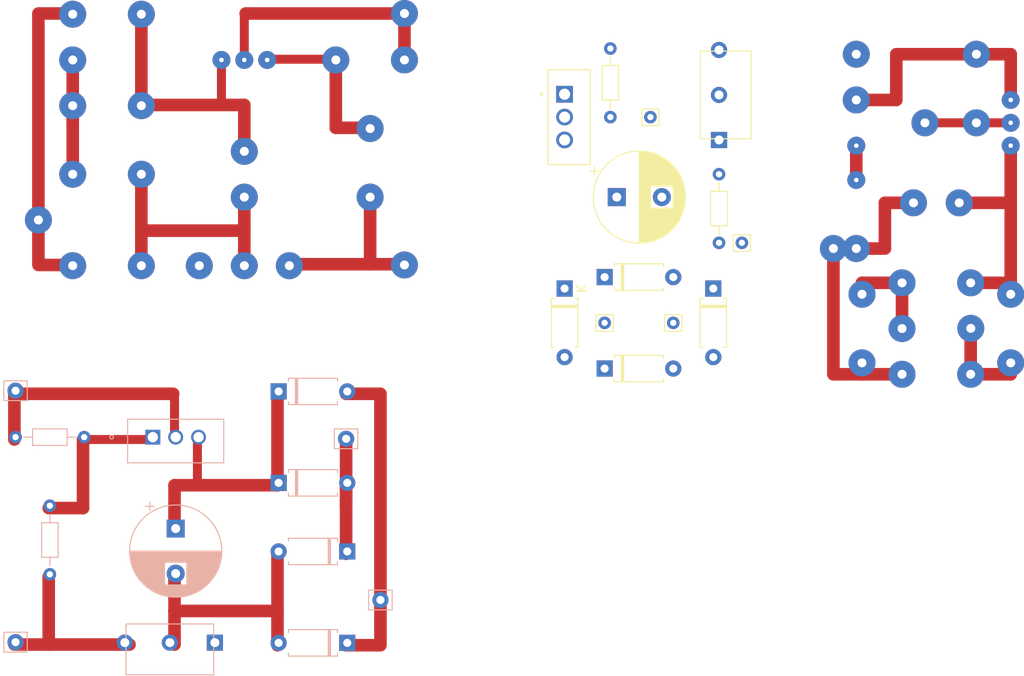
<source format=kicad_pcb>
(kicad_pcb (version 20221018) (generator pcbnew)
  (layers (0 "F.Cu" signal) (31 "B.Cu" signal) (34 "B.Paste" user) (35 "F.Paste" user) (36 "B.SilkS" user "B.Silkscreen") (37 "F.SilkS" user "F.Silkscreen") (38 "B.Mask" user) (39 "F.Mask" user) (44 "Edge.Cuts" user))
  (net 0 "")
  (footprint "" (layer "F.Cu") (at 118.745 57.785)
    (fp_text reference "" (at 0 0) (layer "F.SilkS") (effects (font (size 1.27 1.27))))
    (fp_text value "" (at 0 0) (layer "F.SilkS") (effects (font (size 1.27 1.27))))
    (pad "" thru_hole circle (at 0 0) (size 3 3) (drill 1) (layers "*.Cu" "*.Mask"))
  )
  (footprint "" (layer "F.Cu") (at 34.29 17.78)
    (fp_text reference "" (at 0 0) (layer "F.SilkS") (effects (font (size 1.27 1.27))))
    (fp_text value "" (at 0 0) (layer "F.SilkS") (effects (font (size 1.27 1.27))))
    (pad "" thru_hole circle (at 0 0) (size 3 3) (drill 1) (layers "*.Cu" "*.Mask"))
  )
  (footprint "" (layer "F.Cu") (at 113.665 22.225)
    (fp_text reference "" (at 0 0) (layer "F.SilkS") (effects (font (size 1.27 1.27))))
    (fp_text value "" (at 0 0) (layer "F.SilkS") (effects (font (size 1.27 1.27))))
    (pad "" thru_hole circle (at 0 0) (size 3 3) (drill 1) (layers "*.Cu" "*.Mask"))
  )
  (footprint "" (layer "F.Cu") (at 130.81 48.895)
    (fp_text reference "" (at 0 0) (layer "F.SilkS") (effects (font (size 1.27 1.27))))
    (fp_text value "" (at 0 0) (layer "F.SilkS") (effects (font (size 1.27 1.27))))
    (pad "" thru_hole circle (at 0 0) (size 3 3) (drill 1) (layers "*.Cu" "*.Mask"))
  )
  (footprint "Connector_Pin:Pin_D0.7mm_L6.5mm_W1.8mm_FlatFork" (layer "F.Cu") (at 93.345 52.07 90)
    (fp_text reference "REF**" hide)
    (fp_text value "Pin_D0.7mm_L6.5mm_W1.8mm_FlatFork" hide)
    (pad "1" thru_hole circle (at 0 0 90) (size 1.4 1.4) (drill 0.7) (layers "*.Cu" "*.Mask"))
  )
  (footprint "" (layer "F.Cu") (at 126.376994 52.682522)
    (fp_text reference "" (at 0 0) (layer "F.SilkS") (effects (font (size 1.27 1.27))))
    (fp_text value "" (at 0 0) (layer "F.SilkS") (effects (font (size 1.27 1.27))))
    (pad "" thru_hole circle (at 0 0) (size 3 3) (drill 1) (layers "*.Cu" "*.Mask"))
  )
  (footprint "" (layer "F.Cu") (at 45.72 22.86)
    (fp_text reference "" (at 0 0) (layer "F.SilkS") (effects (font (size 1.27 1.27))))
    (fp_text value "" (at 0 0) (layer "F.SilkS") (effects (font (size 1.27 1.27))))
    (pad "" thru_hole circle (at 0 0) (size 2 2) (drill 0.5) (layers "*.Cu" "*.Mask"))
  )
  (footprint "" (layer "F.Cu") (at 48.26 22.86)
    (fp_text reference "" (at 0 0) (layer "F.SilkS") (effects (font (size 1.27 1.27))))
    (fp_text value "" (at 0 0) (layer "F.SilkS") (effects (font (size 1.27 1.27))))
    (pad "" thru_hole circle (at 0 0) (size 2 2) (drill 0.5) (layers "*.Cu" "*.Mask"))
  )
  (footprint "" (layer "F.Cu") (at 130.81 29.845)
    (fp_text reference "" (at 0 0) (layer "F.SilkS") (effects (font (size 1.27 1.27))))
    (fp_text value "" (at 0 0) (layer "F.SilkS") (effects (font (size 1.27 1.27))))
    (pad "" thru_hole circle (at 0 0) (size 2 2) (drill 0.5) (layers "*.Cu" "*.Mask"))
  )
  (footprint "Connector_Pin:Pin_D0.7mm_L6.5mm_W1.8mm_FlatFork" (layer "F.Cu") (at 90.805 29.21 90)
    (fp_text reference "REF**" hide)
    (fp_text value "Pin_D0.7mm_L6.5mm_W1.8mm_FlatFork" hide)
    (pad "1" thru_hole circle (at 0 0 90) (size 1.4 1.4) (drill 0.7) (layers "*.Cu" "*.Mask"))
  )
  (footprint "" (layer "F.Cu") (at 121.285 29.845)
    (fp_text reference "" (at 0 0) (layer "F.SilkS") (effects (font (size 1.27 1.27))))
    (fp_text value "" (at 0 0) (layer "F.SilkS") (effects (font (size 1.27 1.27))))
    (pad "" thru_hole circle (at 0 0) (size 3 3) (drill 1) (layers "*.Cu" "*.Mask"))
  )
  (footprint "" (layer "F.Cu") (at 120.015 38.735)
    (fp_text reference "" (at 0 0) (layer "F.SilkS") (effects (font (size 1.27 1.27))))
    (fp_text value "" (at 0 0) (layer "F.SilkS") (effects (font (size 1.27 1.27))))
    (pad "" thru_hole circle (at 0 0) (size 3 3) (drill 1) (layers "*.Cu" "*.Mask"))
  )
  (footprint "" (layer "F.Cu") (at 113.665 36.195)
    (fp_text reference "" (at 0 0) (layer "F.SilkS") (effects (font (size 1.27 1.27))))
    (fp_text value "" (at 0 0) (layer "F.SilkS") (effects (font (size 1.27 1.27))))
    (pad "" thru_hole circle (at 0 0) (size 2 2) (drill 0.5) (layers "*.Cu" "*.Mask"))
  )
  (footprint "" (layer "F.Cu") (at 118.745 47.625)
    (fp_text reference "" (at 0 0) (layer "F.SilkS") (effects (font (size 1.27 1.27))))
    (fp_text value "" (at 0 0) (layer "F.SilkS") (effects (font (size 1.27 1.27))))
    (pad "" thru_hole circle (at 0 0) (size 3 3) (drill 1) (layers "*.Cu" "*.Mask"))
  )
  (footprint "" (layer "F.Cu") (at 111.125 43.815)
    (fp_text reference "" (at 0 0) (layer "F.SilkS") (effects (font (size 1.27 1.27))))
    (fp_text value "" (at 0 0) (layer "F.SilkS") (effects (font (size 1.27 1.27))))
    (pad "" thru_hole circle (at 0 0) (size 3 3) (drill 1) (layers "*.Cu" "*.Mask"))
  )
  (footprint "" (layer "F.Cu") (at 63.5 45.64)
    (fp_text reference "" (at 0 0) (layer "F.SilkS") (effects (font (size 1.27 1.27))))
    (fp_text value "" (at 0 0) (layer "F.SilkS") (effects (font (size 1.27 1.27))))
    (pad "" thru_hole circle (at 0 0) (size 3 3) (drill 1) (layers "*.Cu" "*.Mask"))
  )
  (footprint "" (layer "F.Cu") (at 125.095 38.735)
    (fp_text reference "" (at 0 0) (layer "F.SilkS") (effects (font (size 1.27 1.27))))
    (fp_text value "" (at 0 0) (layer "F.SilkS") (effects (font (size 1.27 1.27))))
    (pad "" thru_hole circle (at 0 0) (size 3 3) (drill 1) (layers "*.Cu" "*.Mask"))
  )
  (footprint "" (layer "F.Cu") (at 45.72 45.72)
    (fp_text reference "" (at 0 0) (layer "F.SilkS") (effects (font (size 1.27 1.27))))
    (fp_text value "" (at 0 0) (layer "F.SilkS") (effects (font (size 1.27 1.27))))
    (pad "" thru_hole circle (at 0 0) (size 3 3) (drill 1) (layers "*.Cu" "*.Mask"))
  )
  (footprint "" (layer "F.Cu") (at 63.5 22.86)
    (fp_text reference "" (at 0 0) (layer "F.SilkS") (effects (font (size 1.27 1.27))))
    (fp_text value "" (at 0 0) (layer "F.SilkS") (effects (font (size 1.27 1.27))))
    (pad "" thru_hole circle (at 0 0) (size 3 3) (drill 1) (layers "*.Cu" "*.Mask"))
  )
  (footprint "" (layer "F.Cu") (at 113.665 32.385)
    (fp_text reference "" (at 0 0) (layer "F.SilkS") (effects (font (size 1.27 1.27))))
    (fp_text value "" (at 0 0) (layer "F.SilkS") (effects (font (size 1.27 1.27))))
    (pad "" thru_hole circle (at 0 0) (size 2 2) (drill 0.5) (layers "*.Cu" "*.Mask"))
  )
  (footprint "LM317T:TO254P1054X470X1955-3" (layer "F.Cu") (at 81.28 29.21 -90)
    (fp_text reference "REF**" hide)
    (fp_text value "TO254P1054X470X1955-3" hide)
    (pad "1" thru_hole rect (at -2.54 0 270) (size 1.86 1.86) (drill 1.24) (layers "*.Cu" "*.Mask"))
    (pad "2" thru_hole circle (at 0 0 270) (size 1.86 1.86) (drill 1.24) (layers "*.Cu" "*.Mask"))
    (pad "3" thru_hole circle (at 2.54 0 270) (size 1.86 1.86) (drill 1.24) (layers "*.Cu" "*.Mask"))
  )
  (footprint "" (layer "F.Cu") (at 50.8 45.72)
    (fp_text reference "" (at 0 0) (layer "F.SilkS") (effects (font (size 1.27 1.27))))
    (fp_text value "" (at 0 0) (layer "F.SilkS") (effects (font (size 1.27 1.27))))
    (pad "" thru_hole circle (at -0.08 0) (size 3 3) (drill 1) (layers "*.Cu" "*.Mask"))
  )
  (footprint "Diode_THT:D_A-405_P7.62mm_Horizontal" (layer "F.Cu") (at 85.725 46.99)
    (fp_text reference "REF**" hide)
    (fp_text value "D_A-405_P7.62mm_Horizontal" hide)
    (pad "1" thru_hole rect (at 0 0) (size 1.8 1.8) (drill 0.9) (layers "*.Cu" "*.Mask"))
    (pad "2" thru_hole oval (at 7.62 0) (size 1.8 1.8) (drill 0.9) (layers "*.Cu" "*.Mask"))
  )
  (footprint "Connector_Pin:Pin_D0.7mm_L6.5mm_W1.8mm_FlatFork" (layer "F.Cu") (at 85.725 52.07 90)
    (fp_text reference "REF**" hide)
    (fp_text value "Pin_D0.7mm_L6.5mm_W1.8mm_FlatFork" hide)
    (pad "1" thru_hole circle (at 0 0 90) (size 1.4 1.4) (drill 0.7) (layers "*.Cu" "*.Mask"))
  )
  (footprint "" (layer "F.Cu") (at 130.81 27.305)
    (fp_text reference "" (at 0 0) (layer "F.SilkS") (effects (font (size 1.27 1.27))))
    (fp_text value "" (at 0 0) (layer "F.SilkS") (effects (font (size 1.27 1.27))))
    (pad "" thru_hole circle (at 0 0) (size 2 2) (drill 0.5) (layers "*.Cu" "*.Mask"))
  )
  (footprint "" (layer "F.Cu") (at 114.3 48.895)
    (fp_text reference "" (at 0 0) (layer "F.SilkS") (effects (font (size 1.27 1.27))))
    (fp_text value "" (at 0 0) (layer "F.SilkS") (effects (font (size 1.27 1.27))))
    (pad "" thru_hole circle (at 0 0) (size 3 3) (drill 1) (layers "*.Cu" "*.Mask"))
  )
  (footprint "Diode_THT:D_A-405_P7.62mm_Horizontal" (layer "F.Cu") (at 81.28 48.26 -90)
    (fp_text reference "REF**" hide)
    (fp_text value "D_A-405_P7.62mm_Horizontal" hide)
    (fp_text user "K" (at 0 -1.9 -270) (layer "F.SilkS"))
    (pad "1" thru_hole rect (at 0 0 270) (size 1.8 1.8) (drill 0.9) (layers "*.Cu" "*.Mask"))
    (pad "2" thru_hole oval (at 7.62 0 270) (size 1.8 1.8) (drill 0.9) (layers "*.Cu" "*.Mask"))
  )
  (footprint "" (layer "F.Cu") (at 127 22.225)
    (fp_text reference "" (at 0 0) (layer "F.SilkS") (effects (font (size 1.27 1.27))))
    (fp_text value "" (at 0 0) (layer "F.SilkS") (effects (font (size 1.27 1.27))))
    (pad "" thru_hole circle (at 0 0) (size 3 3) (drill 1) (layers "*.Cu" "*.Mask"))
  )
  (footprint "" (layer "F.Cu") (at 59.69 30.48)
    (fp_text reference "" (at 0 0) (layer "F.SilkS") (effects (font (size 1.27 1.27))))
    (fp_text value "" (at 0 0) (layer "F.SilkS") (effects (font (size 1.27 1.27))))
    (pad "" thru_hole circle (at 0 0) (size 3 3) (drill 1) (layers "*.Cu" "*.Mask"))
  )
  (footprint "" (layer "F.Cu") (at 113.665 43.815)
    (fp_text reference "" (at 0 0) (layer "F.SilkS") (effects (font (size 1.27 1.27))))
    (fp_text value "" (at 0 0) (layer "F.SilkS") (effects (font (size 1.27 1.27))))
    (pad "" thru_hole circle (at 0 0) (size 3 3) (drill 1) (layers "*.Cu" "*.Mask"))
  )
  (footprint "" (layer "F.Cu") (at 34.29 45.72)
    (fp_text reference "" (at 0 0) (layer "F.SilkS") (effects (font (size 1.27 1.27))))
    (fp_text value "" (at 0 0) (layer "F.SilkS") (effects (font (size 1.27 1.27))))
    (pad "" thru_hole circle (at 0 0) (size 3 3) (drill 1) (layers "*.Cu" "*.Mask"))
  )
  (footprint "" (layer "F.Cu") (at 34.29 27.94)
    (fp_text reference "" (at 0 0) (layer "F.SilkS") (effects (font (size 1.27 1.27))))
    (fp_text value "" (at 0 0) (layer "F.SilkS") (effects (font (size 1.27 1.27))))
    (pad "" thru_hole circle (at 0 0) (size 3 3) (drill 1) (layers "*.Cu" "*.Mask"))
  )
  (footprint "" (layer "F.Cu") (at 130.81 32.385)
    (fp_text reference "" (at 0 0) (layer "F.SilkS") (effects (font (size 1.27 1.27))))
    (fp_text value "" (at 0 0) (layer "F.SilkS") (effects (font (size 1.27 1.27))))
    (pad "" thru_hole circle (at 0 0) (size 2 2) (drill 0.5) (layers "*.Cu" "*.Mask"))
  )
  (footprint "" (layer "F.Cu") (at 26.67 17.78)
    (fp_text reference "" (at 0 0) (layer "F.SilkS") (effects (font (size 1.27 1.27))))
    (fp_text value "" (at 0 0) (layer "F.SilkS") (effects (font (size 1.27 1.27))))
    (pad "" thru_hole circle (at 0 0) (size 3 3) (drill 1) (layers "*.Cu" "*.Mask"))
  )
  (footprint "Capacitor_THT:CP_Radial_D10.0mm_P5.00mm" (layer "F.Cu") (at 87.075 38.1)
    (fp_text reference "REF**" hide)
    (fp_text value "CP_Radial_D10.0mm_P5.00mm" hide)
    (pad "1" thru_hole rect (at 0 0) (size 2 2) (drill 1) (layers "*.Cu" "*.Mask"))
    (pad "2" thru_hole circle (at 5 0) (size 2 2) (drill 1) (layers "*.Cu" "*.Mask"))
  )
  (footprint "" (layer "F.Cu") (at 26.67 35.56)
    (fp_text reference "" (at 0 0) (layer "F.SilkS") (effects (font (size 1.27 1.27))))
    (fp_text value "" (at 0 0) (layer "F.SilkS") (effects (font (size 1.27 1.27))))
    (pad "" thru_hole circle (at 0 0) (size 3 3) (drill 1) (layers "*.Cu" "*.Mask"))
  )
  (footprint "" (layer "F.Cu") (at 34.29 35.56)
    (fp_text reference "" (at 0 0) (layer "F.SilkS") (effects (font (size 1.27 1.27))))
    (fp_text value "" (at 0 0) (layer "F.SilkS") (effects (font (size 1.27 1.27))))
    (pad "" thru_hole circle (at 0 0) (size 3 3) (drill 1) (layers "*.Cu" "*.Mask"))
  )
  (footprint "" (layer "F.Cu") (at 50.8 45.72)
    (fp_text reference "" (at 0 0) (layer "F.SilkS") (effects (font (size 1.27 1.27))))
    (fp_text value "" (at 0 0) (layer "F.SilkS") (effects (font (size 1.27 1.27))))
    (pad "" thru_hole circle (at 0 0) (size 2 2) (drill 0.5) (layers "*.Cu" "*.Mask"))
  )
  (footprint "" (layer "F.Cu") (at 63.5 17.7)
    (fp_text reference "" (at 0 0) (layer "F.SilkS") (effects (font (size 1.27 1.27))))
    (fp_text value "" (at 0 0) (layer "F.SilkS") (effects (font (size 1.27 1.27))))
    (pad "" thru_hole circle (at 0 0) (size 3 3) (drill 1) (layers "*.Cu" "*.Mask"))
  )
  (footprint "" (layer "F.Cu") (at 45.72 38.1)
    (fp_text reference "" (at 0 0) (layer "F.SilkS") (effects (font (size 1.27 1.27))))
    (fp_text value "" (at 0 0) (layer "F.SilkS") (effects (font (size 1.27 1.27))))
    (pad "" thru_hole circle (at 0 0) (size 3 3) (drill 1) (layers "*.Cu" "*.Mask"))
  )
  (footprint "" (layer "F.Cu") (at 22.86 40.64)
    (fp_text reference "" (at 0 0) (layer "F.SilkS") (effects (font (size 1.27 1.27))))
    (fp_text value "" (at 0 0) (layer "F.SilkS") (effects (font (size 1.27 1.27))))
    (pad "" thru_hole circle (at 0 0) (size 3 3) (drill 1) (layers "*.Cu" "*.Mask"))
  )
  (footprint "" (layer "F.Cu") (at 59.69 38.1)
    (fp_text reference "" (at 0 0) (layer "F.SilkS") (effects (font (size 1.27 1.27))))
    (fp_text value "" (at 0 0) (layer "F.SilkS") (effects (font (size 1.27 1.27))))
    (pad "" thru_hole circle (at 0 0) (size 3 3) (drill 1) (layers "*.Cu" "*.Mask"))
  )
  (footprint "" (layer "F.Cu") (at 26.67 45.72)
    (fp_text reference "" (at 0 0) (layer "F.SilkS") (effects (font (size 1.27 1.27))))
    (fp_text value "" (at 0 0) (layer "F.SilkS") (effects (font (size 1.27 1.27))))
    (pad "" thru_hole circle (at 0 0) (size 3 3) (drill 1) (layers "*.Cu" "*.Mask"))
  )
  (footprint "" (layer "F.Cu") (at 45.72 33.02)
    (fp_text reference "" (at 0 0) (layer "F.SilkS") (effects (font (size 1.27 1.27))))
    (fp_text value "" (at 0 0) (layer "F.SilkS") (effects (font (size 1.27 1.27))))
    (pad "" thru_hole circle (at 0 0) (size 3 3) (drill 1) (layers "*.Cu" "*.Mask"))
  )
  (footprint "" (layer "F.Cu") (at 40.64 45.72)
    (fp_text reference "" (at 0 0) (layer "F.SilkS") (effects (font (size 1.27 1.27))))
    (fp_text value "" (at 0 0) (layer "F.SilkS") (effects (font (size 1.27 1.27))))
    (pad "" thru_hole circle (at 0.08 0) (size 3 3) (drill 1) (layers "*.Cu" "*.Mask"))
  )
  (footprint "Diode_THT:D_A-405_P7.62mm_Horizontal" (layer "F.Cu") (at 97.79 48.26 -90)
    (fp_text reference "REF**" hide)
    (fp_text value "D_A-405_P7.62mm_Horizontal" hide)
    (pad "1" thru_hole rect (at 0 0 270) (size 1.8 1.8) (drill 0.9) (layers "*.Cu" "*.Mask"))
    (pad "2" thru_hole oval (at 7.62 0 270) (size 1.8 1.8) (drill 0.9) (layers "*.Cu" "*.Mask"))
  )
  (footprint "" (layer "F.Cu") (at 126.365 57.785)
    (fp_text reference "" (at 0 0) (layer "F.SilkS") (effects (font (size 1.27 1.27))))
    (fp_text value "" (at 0 0) (layer "F.SilkS") (effects (font (size 1.27 1.27))))
    (pad "" thru_hole circle (at 0 0) (size 3 3) (drill 1) (layers "*.Cu" "*.Mask"))
  )
  (footprint "" (layer "F.Cu") (at 43.18 22.86)
    (fp_text reference "" (at 0 0) (layer "F.SilkS") (effects (font (size 1.27 1.27))))
    (fp_text value "" (at 0 0) (layer "F.SilkS") (effects (font (size 1.27 1.27))))
    (pad "" thru_hole circle (at 0 0) (size 2 2) (drill 0.5) (layers "*.Cu" "*.Mask"))
  )
  (footprint "" (layer "F.Cu") (at 26.67 22.86)
    (fp_text reference "" (at 0 0) (layer "F.SilkS") (effects (font (size 1.27 1.27))))
    (fp_text value "" (at 0 0) (layer "F.SilkS") (effects (font (size 1.27 1.27))))
    (pad "" thru_hole circle (at 0 0) (size 3 3) (drill 1) (layers "*.Cu" "*.Mask"))
  )
  (footprint "" (layer "F.Cu") (at 26.67 27.94)
    (fp_text reference "" (at 0 0) (layer "F.SilkS") (effects (font (size 1.27 1.27))))
    (fp_text value "" (at 0 0) (layer "F.SilkS") (effects (font (size 1.27 1.27))))
    (pad "" thru_hole circle (at 0 0) (size 3 3) (drill 1) (layers "*.Cu" "*.Mask"))
  )
  (footprint "Diode_THT:D_A-405_P7.62mm_Horizontal" (layer "F.Cu") (at 85.725 57.15)
    (fp_text reference "REF**" hide)
    (fp_text value "D_A-405_P7.62mm_Horizontal" hide)
    (pad "1" thru_hole rect (at 0 0) (size 1.8 1.8) (drill 0.9) (layers "*.Cu" "*.Mask"))
    (pad "2" thru_hole oval (at 7.62 0) (size 1.8 1.8) (drill 0.9) (layers "*.Cu" "*.Mask"))
  )
  (footprint "" (layer "F.Cu") (at 113.665 27.305)
    (fp_text reference "" (at 0 0) (layer "F.SilkS") (effects (font (size 1.27 1.27))))
    (fp_text value "" (at 0 0) (layer "F.SilkS") (effects (font (size 1.27 1.27))))
    (pad "" thru_hole circle (at 0 0) (size 3 3) (drill 1) (layers "*.Cu" "*.Mask"))
  )
  (footprint "" (layer "F.Cu") (at 40.64 45.72)
    (fp_text reference "" (at 0 0) (layer "F.SilkS") (effects (font (size 1.27 1.27))))
    (fp_text value "" (at 0 0) (layer "F.SilkS") (effects (font (size 1.27 1.27))))
    (pad "" thru_hole circle (at 0 0) (size 2 2) (drill 0.5) (layers "*.Cu" "*.Mask"))
  )
  (footprint "" (layer "F.Cu") (at 114.3 56.515)
    (fp_text reference "" (at 0 0) (layer "F.SilkS") (effects (font (size 1.27 1.27))))
    (fp_text value "" (at 0 0) (layer "F.SilkS") (effects (font (size 1.27 1.27))))
    (pad "" thru_hole circle (at 0 0) (size 3 3) (drill 1) (layers "*.Cu" "*.Mask"))
  )
  (footprint "Resistor_THT:R_Axial_DIN0204_L3.6mm_D1.6mm_P7.62mm_Horizontal" (layer "F.Cu") (at 98.425 35.56 -90)
    (fp_text reference "REF**" hide)
    (fp_text value "R_Axial_DIN0204_L3.6mm_D1.6mm_P7.62mm_Horizontal" hide)
    (pad "1" thru_hole circle (at 0 0 270) (size 1.4 1.4) (drill 0.7) (layers "*.Cu" "*.Mask"))
    (pad "2" thru_hole oval (at 7.62 0 270) (size 1.4 1.4) (drill 0.7) (layers "*.Cu" "*.Mask"))
  )
  (footprint "Connector_Pin:Pin_D0.7mm_L6.5mm_W1.8mm_FlatFork" (layer "F.Cu") (at 100.965 43.18 90)
    (fp_text reference "REF**" hide)
    (fp_text value "Pin_D0.7mm_L6.5mm_W1.8mm_FlatFork" hide)
    (pad "1" thru_hole circle (at 0 0 90) (size 1.4 1.4) (drill 0.7) (layers "*.Cu" "*.Mask"))
  )
  (footprint "" (layer "F.Cu") (at 130.81 56.515)
    (fp_text reference "" (at 0 0) (layer "F.SilkS") (effects (font (size 1.27 1.27))))
    (fp_text value "" (at 0 0) (layer "F.SilkS") (effects (font (size 1.27 1.27))))
    (pad "" thru_hole circle (at 0 0) (size 3 3) (drill 1) (layers "*.Cu" "*.Mask"))
  )
  (footprint "Potentiometer_THT:Potentiometer_Alps_RK09Y11_Single_Horizontal" (layer "F.Cu") (at 98.425 29.25 180)
    (fp_text reference "REF**" hide)
    (fp_text value "Potentiometer_Alps_RK09Y11_Single_Horizontal" hide)
    (pad "1" thru_hole rect (at 0 -2.5) (size 1.8 1.8) (drill 1) (layers "*.Cu" "*.Mask"))
    (pad "2" thru_hole circle (at 0 2.5) (size 1.8 1.8) (drill 1) (layers "*.Cu" "*.Mask"))
    (pad "3" thru_hole circle (at 0 7.5) (size 1.8 1.8) (drill 1) (layers "*.Cu" "*.Mask"))
  )
  (footprint "" (layer "F.Cu") (at 126.365 47.625)
    (fp_text reference "" (at 0 0) (layer "F.SilkS") (effects (font (size 1.27 1.27))))
    (fp_text value "" (at 0 0) (layer "F.SilkS") (effects (font (size 1.27 1.27))))
    (pad "" thru_hole circle (at 0 0) (size 3 3) (drill 1) (layers "*.Cu" "*.Mask"))
  )
  (footprint "" (layer "F.Cu") (at 118.745 52.705)
    (fp_text reference "" (at 0 0) (layer "F.SilkS") (effects (font (size 1.27 1.27))))
    (fp_text value "" (at 0 0) (layer "F.SilkS") (effects (font (size 1.27 1.27))))
    (pad "" thru_hole circle (at 0 0) (size 3 3) (drill 1) (layers "*.Cu" "*.Mask"))
  )
  (footprint "" (layer "F.Cu") (at 55.88 22.86)
    (fp_text reference "" (at 0 0) (layer "F.SilkS") (effects (font (size 1.27 1.27))))
    (fp_text value "" (at 0 0) (layer "F.SilkS") (effects (font (size 1.27 1.27))))
    (pad "" thru_hole circle (at 0 0) (size 3 3) (drill 1) (layers "*.Cu" "*.Mask"))
  )
  (footprint "Resistor_THT:R_Axial_DIN0204_L3.6mm_D1.6mm_P7.62mm_Horizontal" (layer "F.Cu") (at 86.36 21.59 -90)
    (fp_text reference "REF**" hide)
    (fp_text value "R_Axial_DIN0204_L3.6mm_D1.6mm_P7.62mm_Horizontal" hide)
    (pad "1" thru_hole circle (at 0 0 270) (size 1.4 1.4) (drill 0.7) (layers "*.Cu" "*.Mask"))
    (pad "2" thru_hole oval (at 7.62 0 270) (size 1.4 1.4) (drill 0.7) (layers "*.Cu" "*.Mask"))
  )
  (footprint "" (layer "F.Cu") (at 127 29.845)
    (fp_text reference "" (at 0 0) (layer "F.SilkS") (effects (font (size 1.27 1.27))))
    (fp_text value "" (at 0 0) (layer "F.SilkS") (effects (font (size 1.27 1.27))))
    (pad "" thru_hole circle (at 0 0) (size 3 3) (drill 1) (layers "*.Cu" "*.Mask"))
  )
  (footprint "Connector_Pin:Pin_D0.9mm_L10.0mm_W2.4mm_FlatFork" (layer "B.Cu") (at 20.32 87.55 180)
    (fp_text reference "REF**" hide)
    (fp_text value "Pin_D0.9mm_L10.0mm_W2.4mm_FlatFork" hide)
    (pad "1" thru_hole circle (at 0 0 180) (size 1.8 1.8) (drill 0.9) (layers "*.Cu" "*.Mask"))
  )
  (footprint "Diode_THT:D_A-405_P7.62mm_Horizontal" (layer "B.Cu") (at 57.15 87.63 180)
    (fp_text reference "REF**" hide)
    (fp_text value "D_A-405_P7.62mm_Horizontal" hide)
    (pad "1" thru_hole rect (at 0 0 180) (size 1.8 1.8) (drill 0.9) (layers "*.Cu" "*.Mask"))
    (pad "2" thru_hole oval (at 7.62 0 180) (size 1.8 1.8) (drill 0.9) (layers "*.Cu" "*.Mask"))
  )
  (footprint "Connector_Pin:Pin_D0.9mm_L10.0mm_W2.4mm_FlatFork" (layer "B.Cu") (at 57.023 64.953277 180)
    (fp_text reference "REF**" hide)
    (fp_text value "Pin_D0.9mm_L10.0mm_W2.4mm_FlatFork" hide)
    (pad "1" thru_hole circle (at 0 0 180) (size 1.8 1.8) (drill 0.9) (layers "*.Cu" "*.Mask"))
  )
  (footprint "Connector_Pin:Pin_D0.9mm_L10.0mm_W2.4mm_FlatFork" (layer "B.Cu") (at 60.833 82.863277 180)
    (fp_text reference "REF**" hide)
    (fp_text value "Pin_D0.9mm_L10.0mm_W2.4mm_FlatFork" hide)
    (pad "1" thru_hole circle (at 0 0 180) (size 1.8 1.8) (drill 0.9) (layers "*.Cu" "*.Mask"))
  )
  (footprint "Diode_THT:D_A-405_P7.62mm_Horizontal" (layer "B.Cu") (at 49.53 69.85)
    (fp_text reference "REF**" hide)
    (fp_text value "D_A-405_P7.62mm_Horizontal" hide)
    (pad "1" thru_hole rect (at 0 0) (size 1.8 1.8) (drill 0.9) (layers "*.Cu" "*.Mask"))
    (pad "2" thru_hole oval (at 7.62 0) (size 1.8 1.8) (drill 0.9) (layers "*.Cu" "*.Mask"))
  )
  (footprint "Potentiometer_THT:Potentiometer_Alps_RK09Y11_Single_Horizontal" (layer "B.Cu") (at 39.955 87.6 90)
    (fp_text reference "REF**" hide)
    (fp_text value "Potentiometer_Alps_RK09Y11_Single_Horizontal" hide)
    (pad "1" thru_hole rect (at 0 2.5 270) (size 1.8 1.8) (drill 1) (layers "*.Cu" "*.Mask"))
    (pad "2" thru_hole circle (at 0 -2.5 270) (size 1.8 1.8) (drill 1) (layers "*.Cu" "*.Mask"))
    (pad "3" thru_hole circle (at 0 -7.5 270) (size 1.8 1.8) (drill 1) (layers "*.Cu" "*.Mask"))
  )
  (footprint "Diode_THT:D_A-405_P7.62mm_Horizontal" (layer "B.Cu") (at 57.15 77.47 180)
    (fp_text reference "REF**" hide)
    (fp_text value "D_A-405_P7.62mm_Horizontal" hide)
    (pad "1" thru_hole rect (at 0 0 180) (size 1.8 1.8) (drill 0.9) (layers "*.Cu" "*.Mask"))
    (pad "2" thru_hole oval (at 7.62 0 180) (size 1.8 1.8) (drill 0.9) (layers "*.Cu" "*.Mask"))
  )
  (footprint "Resistor_THT:R_Axial_DIN0204_L3.6mm_D1.6mm_P7.62mm_Horizontal" (layer "B.Cu") (at 24.13 80.01 90)
    (fp_text reference "REF**" hide)
    (fp_text value "R_Axial_DIN0204_L3.6mm_D1.6mm_P7.62mm_Horizontal" hide)
    (pad "1" thru_hole circle (at 0 0 90) (size 1.4 1.4) (drill 0.7) (layers "*.Cu" "*.Mask"))
    (pad "2" thru_hole oval (at 7.62 0 90) (size 1.4 1.4) (drill 0.7) (layers "*.Cu" "*.Mask"))
  )
  (footprint "footprints:LM317T" (layer "B.Cu") (at 35.56 64.77)
    (fp_text reference "REF**" hide)
    (fp_text value "TO-220_STM" hide)
    (fp_text user "*" (at 0 0) (layer "B.SilkS") (effects (justify mirror)))
    (pad "1" thru_hole rect (at 0 0) (size 1.651 1.651) (drill 1.143) (layers "*.Cu" "*.Mask"))
    (pad "2" thru_hole circle (at 2.54 0) (size 1.651 1.651) (drill 1.143) (layers "*.Cu" "*.Mask"))
    (pad "3" thru_hole circle (at 5.08 0) (size 1.651 1.651) (drill 1.143) (layers "*.Cu" "*.Mask"))
  )
  (footprint "Capacitor_THT:CP_Radial_D10.0mm_P5.00mm" (layer "B.Cu") (at 38.1 74.93 -90)
    (fp_text reference "REF**" hide)
    (fp_text value "CP_Radial_D10.0mm_P5.00mm" hide)
    (pad "1" thru_hole rect (at 0 0 270) (size 2 2) (drill 1) (layers "*.Cu" "*.Mask"))
    (pad "2" thru_hole circle (at 5 0 270) (size 2 2) (drill 1) (layers "*.Cu" "*.Mask"))
  )
  (footprint "Diode_THT:D_A-405_P7.62mm_Horizontal" (layer "B.Cu") (at 49.53 59.69)
    (fp_text reference "REF**" hide)
    (fp_text value "D_A-405_P7.62mm_Horizontal" hide)
    (pad "1" thru_hole rect (at 0 0) (size 1.8 1.8) (drill 0.9) (layers "*.Cu" "*.Mask"))
    (pad "2" thru_hole oval (at 7.62 0) (size 1.8 1.8) (drill 0.9) (layers "*.Cu" "*.Mask"))
  )
  (footprint "Resistor_THT:R_Axial_DIN0204_L3.6mm_D1.6mm_P7.62mm_Horizontal" (layer "B.Cu") (at 20.32 64.77)
    (fp_text reference "REF**" hide)
    (fp_text value "R_Axial_DIN0204_L3.6mm_D1.6mm_P7.62mm_Horizontal" hide)
    (pad "1" thru_hole circle (at 0 0) (size 1.4 1.4) (drill 0.7) (layers "*.Cu" "*.Mask"))
    (pad "2" thru_hole oval (at 7.62 0) (size 1.4 1.4) (drill 0.7) (layers "*.Cu" "*.Mask"))
  )
  (footprint "Connector_Pin:Pin_D0.9mm_L10.0mm_W2.4mm_FlatFork" (layer "B.Cu") (at 20.32 59.61 180)
    (fp_text reference "REF**" hide)
    (fp_text value "Pin_D0.9mm_L10.0mm_W2.4mm_FlatFork" hide)
    (pad "1" thru_hole circle (at 0 0 180) (size 1.8 1.8) (drill 0.9) (layers "*.Cu" "*.Mask"))
  )
  (segment (start 34.29 27.86) (end 34.29 17.7) (width 1.4) (layer "F.Cu") (net 0))
  (segment (start 60.833 87.893277) (end 60.833 59.953277) (width 1.4) (layer "F.Cu") (net 0))
  (segment (start 111.125 43.815) (end 116.84 43.815) (width 1.4) (layer "F.Cu") (net 0))
  (segment (start 118.11 22.225) (end 118.11 27.305) (width 1.4) (layer "F.Cu") (net 0))
  (segment (start 34.29 27.86) (end 45.72 27.86) (width 1.4) (layer "F.Cu") (net 0))
  (segment (start 126.365 57.785) (end 126.365 52.705) (width 1.4) (layer "F.Cu") (net 0))
  (segment (start 37.973 84.083277) (end 37.973 87.813277) (width 1.4) (layer "F.Cu") (net 0))
  (segment (start 24.003 72.653277) (end 27.813 72.653277) (width 1.4) (layer "F.Cu") (net 0))
  (segment (start 130.81 27.305) (end 130.81 22.225) (width 1.4) (layer "F.Cu") (net 0))
  (segment (start 37.973 84.083277) (end 49.403 84.083277) (width 1.4) (layer "F.Cu") (net 0))
  (segment (start 45.72 37.94) (end 45.72 41.83) (width 1.4) (layer "F.Cu") (net 0))
  (segment (start 26.67 30.32) (end 26.67 22.7) (width 1.4) (layer "F.Cu") (net 0))
  (segment (start 45.72 41.83) (end 34.29 41.83) (width 1.4) (layer "F.Cu") (net 0))
  (segment (start 26.67 35.48) (end 26.67 27.86) (width 1.4) (layer "F.Cu") (net 0))
  (segment (start 114.3 47.625) (end 114.3 48.895) (width 1.4) (layer "F.Cu") (net 0))
  (segment (start 49.403 87.893277) (end 49.403 77.733277) (width 1.4) (layer "F.Cu") (net 0))
  (segment (start 130.81 47.625) (end 126.365 47.625) (width 1.4) (layer "F.Cu") (net 0))
  (segment (start 57.023 72.573277) (end 57.023 64.953277) (width 1.4) (layer "F.Cu") (net 0))
  (segment (start 63.5 22.78) (end 63.5 17.62) (width 1.4) (layer "F.Cu") (net 0))
  (segment (start 118.745 47.625) (end 118.745 52.705) (width 1.4) (layer "F.Cu") (net 0))
  (segment (start 130.81 56.515) (end 130.81 57.785) (width 1.4) (layer "F.Cu") (net 0))
  (segment (start 59.69 30.4) (end 55.88 30.4) (width 1.4) (layer "F.Cu") (net 0))
  (segment (start 125.73 22.225) (end 118.11 22.225) (width 1.4) (layer "F.Cu") (net 0))
  (segment (start 57.023 77.733277) (end 57.023 70.113277) (width 1.4) (layer "F.Cu") (net 0))
  (segment (start 37.973 70.113277) (end 37.973 75.193277) (width 1.4) (layer "F.Cu") (net 0))
  (segment (start 63.5 45.56) (end 50.72 45.56) (width 1.4) (layer "F.Cu") (net 0))
  (segment (start 48.26 22.78) (end 55.88 22.78) (width 1) (layer "F.Cu") (net 0))
  (segment (start 113.665 32.385) (end 113.665 36.195) (width 1.4) (layer "F.Cu") (net 0))
  (segment (start 130.81 48.895) (end 130.81 47.625) (width 1.4) (layer "F.Cu") (net 0))
  (segment (start 118.11 27.305) (end 113.745 27.305) (width 1.4) (layer "F.Cu") (net 0))
  (segment (start 118.745 47.625) (end 114.3 47.625) (width 1.4) (layer "F.Cu") (net 0))
  (segment (start 55.88 30.4) (end 55.88 22.78) (width 1.4) (layer "F.Cu") (net 0))
  (segment (start 57.023 59.953277) (end 60.683 59.953277) (width 1.4) (layer "F.Cu") (net 0))
  (segment (start 22.86 45.64) (end 22.86 17.7) (width 1.4) (layer "F.Cu") (net 0))
  (segment (start 23.01 45.64) (end 26.67 45.64) (width 1.4) (layer "F.Cu") (net 0))
  (segment (start 35.433 65.033277) (end 27.813 65.033277) (width 1) (layer "F.Cu") (net 0))
  (segment (start 26.67 17.7) (end 23.01 17.7) (width 1.4) (layer "F.Cu") (net 0))
  (segment (start 63.42 17.7) (end 45.87 17.7) (width 1.4) (layer "F.Cu") (net 0))
  (segment (start 20.193 87.813277) (end 32.973 87.813277) (width 1.4) (layer "F.Cu") (net 0))
  (segment (start 45.72 41.83) (end 45.72 45.56) (width 1.4) (layer "F.Cu") (net 0))
  (segment (start 60.683 87.893277) (end 57.023 87.893277) (width 1.4) (layer "F.Cu") (net 0))
  (segment (start 20.273 59.953277) (end 37.823 59.953277) (width 1.4) (layer "F.Cu") (net 0))
  (segment (start 27.813 72.653277) (end 27.813 65.033277) (width 1.4) (layer "F.Cu") (net 0))
  (segment (start 130.81 29.845) (end 121.285 29.845) (width 1) (layer "F.Cu") (net 0))
  (segment (start 63.5 17.62) (end 63.42 17.7) (width 1.4) (layer "F.Cu") (net 0))
  (segment (start 49.403 70.113277) (end 37.973 70.113277) (width 1.4) (layer "F.Cu") (net 0))
  (segment (start 40.513 65.033277) (end 40.513 70.113277) (width 1) (layer "F.Cu") (net 0))
  (segment (start 111.125 57.785) (end 111.125 43.815) (width 1.4) (layer "F.Cu") (net 0))
  (segment (start 130.81 47.625) (end 130.81 38.735) (width 1.4) (layer "F.Cu") (net 0))
  (segment (start 130.81 22.225) (end 125.73 22.225) (width 1.4) (layer "F.Cu") (net 0))
  (segment (start 59.69 38.02) (end 59.69 45.56) (width 1.4) (layer "F.Cu") (net 0))
  (segment (start 24.003 80.273277) (end 24.003 87.813277) (width 1.4) (layer "F.Cu") (net 0))
  (segment (start 20.193 65.033277) (end 20.193 59.873277) (width 1.4) (layer "F.Cu") (net 0))
  (segment (start 118.745 57.785) (end 114.3 57.785) (width 1.4) (layer "F.Cu") (net 0))
  (segment (start 37.973 59.953277) (end 37.973 65.033277) (width 1) (layer "F.Cu") (net 0))
  (segment (start 45.72 27.86) (end 45.72 32.94) (width 1.4) (layer "F.Cu") (net 0))
  (segment (start 34.29 45.64) (end 34.29 35.48) (width 1.4) (layer "F.Cu") (net 0))
  (segment (start 37.973 80.193277) (end 37.973 84.083277) (width 1.4) (layer "F.Cu") (net 0))
  (segment (start 113.745 27.305) (end 113.665 27.385) (width 1.4) (layer "F.Cu") (net 0))
  (segment (start 114.3 57.785) (end 114.3 56.515) (width 1.4) (layer "F.Cu") (net 0))
  (segment (start 116.84 43.815) (end 116.84 38.735) (width 1.4) (layer "F.Cu") (net 0))
  (segment (start 130.81 38.735) (end 125.015 38.735) (width 1.4) (layer "F.Cu") (net 0))
  (segment (start 20.193 59.873277) (end 20.273 59.953277) (width 1.4) (layer "F.Cu") (net 0))
  (segment (start 45.72 17.7) (end 45.72 22.78) (width 1) (layer "F.Cu") (net 0))
  (segment (start 114.3 57.785) (end 111.125 57.785) (width 1.4) (layer "F.Cu") (net 0))
  (segment (start 130.81 57.785) (end 126.365 57.785) (width 1.4) (layer "F.Cu") (net 0))
  (segment (start 43.18 22.78) (end 43.18 27.86) (width 1) (layer "F.Cu") (net 0))
  (segment (start 130.81 38.735) (end 130.81 32.385) (width 1.4) (layer "F.Cu") (net 0))
  (segment (start 116.84 38.735) (end 120.015 38.735) (width 1.4) (layer "F.Cu") (net 0))
  (segment (start 49.403 70.113277) (end 49.403 59.953277) (width 1.4) (layer "F.Cu") (net 0))
)
</source>
